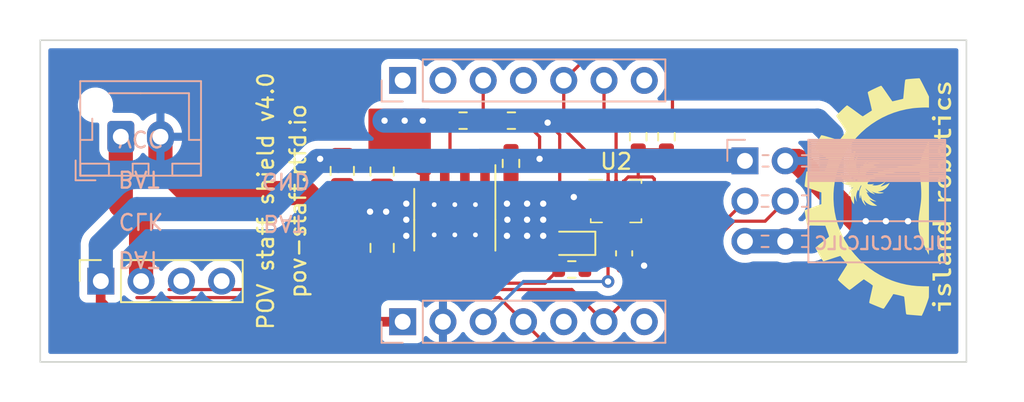
<source format=kicad_pcb>
(kicad_pcb (version 20211014) (generator pcbnew)
  (layers (0 "F.Cu" signal) (31 "B.Cu" signal) (34 "B.Paste" user) (35 "F.Paste" user) (36 "B.SilkS" user "B.Silkscreen") (37 "F.SilkS" user "F.Silkscreen") (38 "B.Mask" user) (39 "F.Mask" user) (44 "Edge.Cuts" user))
  (net 0 "")
  (net 1 "+5V")
  (net 2 "EP")
  (net 3 "+3V3")
  (net 5 "Net-(D1-Pad1)")
  (net 6 "/DATA")
  (net 7 "/CLK")
  (net 9 "/VSENSE")
  (net 11 "Net-(R4-Pad1)")
  (net 14 "Net-(R6-Pad1)")
  (net 18 "VCC")
  (net 19 "+BATT")
  (net 21 "/SDA")
  (net 22 "/SCL")
  (footprint "Capacitor_SMD:C_0805_2012Metric" (layer "F.Cu") (at 97.763995 104.556 90)
    (fp_text reference "C3" hide)
    (fp_text value "10uF")
    (pad "1" smd roundrect (at -0.95 0 90) (size 1 1.45) (layers "F.Cu" "F.Paste" "F.Mask") (net 19 "+BATT"))
    (pad "2" smd roundrect (at 0.95 0 90) (size 1 1.45) (layers "F.Cu" "F.Paste" "F.Mask") (net 2 "EP"))
  )
  (footprint "Resistor_SMD:R_0603_1608Metric" (layer "F.Cu") (at 109.728 105.918)
    (fp_text reference "R4" hide)
    (fp_text value "2k")
    (pad "1" smd roundrect (at -0.825 0) (size 0.8 0.95) (layers "F.Cu" "F.Paste" "F.Mask") (net 11 "Net-(R4-Pad1)"))
    (pad "2" smd roundrect (at 0.825 0) (size 0.8 0.95) (layers "F.Cu" "F.Paste" "F.Mask") (net 5 "Net-(D1-Pad1)"))
  )
  (footprint "Shurik:my_logo" (layer "F.Cu") (at 129.032 101.346 90)
    (fp_text reference "G***" hide)
    (fp_text value "LOGO" hide)
  )
  (footprint "LED_SMD:LED_0603_1608Metric" (layer "F.Cu") (at 109.728 104.267 180)
    (fp_text reference "D1" hide)
    (fp_text value "LED")
    (pad "1" smd roundrect (at -0.7875 0 180) (size 0.875 0.95) (layers "F.Cu" "F.Paste" "F.Mask") (net 5 "Net-(D1-Pad1)"))
    (pad "2" smd roundrect (at 0.7875 0 180) (size 0.875 0.95) (layers "F.Cu" "F.Paste" "F.Mask") (net 1 "+5V"))
  )
  (footprint "Resistor_SMD:R_0603_1608Metric" (layer "F.Cu") (at 105.918 96.52 180)
    (fp_text reference "R1" hide)
    (fp_text value "10k")
    (pad "1" smd roundrect (at -0.825 0 180) (size 0.8 0.95) (layers "F.Cu" "F.Paste" "F.Mask") (net 18 "VCC"))
    (pad "2" smd roundrect (at 0.825 0 180) (size 0.8 0.95) (layers "F.Cu" "F.Paste" "F.Mask") (net 9 "/VSENSE"))
  )
  (footprint "Resistor_SMD:R_0603_1608Metric" (layer "F.Cu") (at 102.87 96.52 180)
    (fp_text reference "R5" hide)
    (fp_text value "10k")
    (pad "1" smd roundrect (at -0.825 0 180) (size 0.8 0.95) (layers "F.Cu" "F.Paste" "F.Mask") (net 9 "/VSENSE"))
    (pad "2" smd roundrect (at 0.825 0 180) (size 0.8 0.95) (layers "F.Cu" "F.Paste" "F.Mask") (net 2 "EP"))
  )
  (footprint "Package_LGA:Bosch_LGA-14_3x2.5mm_P0.5mm" (layer "F.Cu") (at 112.522 101.6)
    (fp_text reference "U2" (at 0 -2.5) (layer "F.SilkS"))
    (fp_text value "LSM6DSR")
    (pad "1" smd rect (at -1.2625 -0.75) (size 0.675 0.25) (layers "F.Cu" "F.Paste" "F.Mask") (net 2 "EP"))
    (pad "2" smd rect (at -1.2625 -0.25) (size 0.675 0.25) (layers "F.Cu" "F.Paste" "F.Mask") (net 2 "EP"))
    (pad "3" smd rect (at -1.2625 0.25) (size 0.675 0.25) (layers "F.Cu" "F.Paste" "F.Mask") (net 2 "EP"))
    (pad "4" smd rect (at -1.2625 0.75) (size 0.675 0.25) (layers "F.Cu" "F.Paste" "F.Mask"))
    (pad "5" smd rect (at -0.5 1.0125) (size 0.25 0.675) (layers "F.Cu" "F.Paste" "F.Mask") (net 3 "+3V3"))
    (pad "6" smd rect (at 0 1.0125) (size 0.25 0.675) (layers "F.Cu" "F.Paste" "F.Mask") (net 2 "EP"))
    (pad "7" smd rect (at 0.5 1.0125) (size 0.25 0.675) (layers "F.Cu" "F.Paste" "F.Mask") (net 2 "EP"))
    (pad "8" smd rect (at 1.2625 0.75) (size 0.675 0.25) (layers "F.Cu" "F.Paste" "F.Mask") (net 3 "+3V3"))
    (pad "9" smd rect (at 1.2625 0.25) (size 0.675 0.25) (layers "F.Cu" "F.Paste" "F.Mask"))
    (pad "10" smd rect (at 1.2625 -0.25) (size 0.675 0.25) (layers "F.Cu" "F.Paste" "F.Mask"))
    (pad "11" smd rect (at 1.2625 -0.75) (size 0.675 0.25) (layers "F.Cu" "F.Paste" "F.Mask"))
    (pad "12" smd rect (at 0.5 -1.0125) (size 0.25 0.675) (layers "F.Cu" "F.Paste" "F.Mask") (net 3 "+3V3"))
    (pad "13" smd rect (at 0 -1.0125) (size 0.25 0.675) (layers "F.Cu" "F.Paste" "F.Mask") (net 22 "/SCL"))
    (pad "14" smd rect (at -0.5 -1.0125) (size 0.25 0.675) (layers "F.Cu" "F.Paste" "F.Mask") (net 21 "/SDA"))
  )
  (footprint "Connector_PinSocket_2.54mm:PinSocket_1x04_P2.54mm_Vertical" (layer "F.Cu") (at 80.02 106.655 90)
    (fp_text reference "J2" hide)
    (fp_text value "Conn_01x04")
    (pad "1" thru_hole rect (at 0 0 90) (size 1.7 1.7) (drill 1) (layers *.Cu *.Mask) (net 18 "VCC"))
    (pad "2" thru_hole oval (at 0 2.54 90) (size 1.7 1.7) (drill 1) (layers *.Cu *.Mask) (net 19 "+BATT"))
    (pad "3" thru_hole oval (at 0 5.08 90) (size 1.7 1.7) (drill 1) (layers *.Cu *.Mask) (net 7 "/CLK"))
    (pad "4" thru_hole oval (at 0 7.62 90) (size 1.7 1.7) (drill 1) (layers *.Cu *.Mask) (net 6 "/DATA"))
  )
  (footprint "Package_SO:HSOP-8-1EP_3.9x4.9mm_P1.27mm_EP2.41x3.1mm_ThermalVias" (layer "F.Cu") (at 102.349 102.778 -90)
    (fp_text reference "U1" hide)
    (fp_text value "TP4056")
    (pad "1" smd roundrect (at -2.65 -1.905 270) (size 1.6 0.6) (layers "F.Cu" "F.Paste" "F.Mask") (net 2 "EP"))
    (pad "2" smd roundrect (at -2.65 -0.635 270) (size 1.6 0.6) (layers "F.Cu" "F.Paste" "F.Mask") (net 14 "Net-(R6-Pad1)"))
    (pad "3" smd roundrect (at -2.65 0.635 270) (size 1.6 0.6) (layers "F.Cu" "F.Paste" "F.Mask") (net 2 "EP"))
    (pad "4" smd roundrect (at -2.65 1.905 270) (size 1.6 0.6) (layers "F.Cu" "F.Paste" "F.Mask") (net 1 "+5V"))
    (pad "5" smd roundrect (at 2.65 1.905 270) (size 1.6 0.6) (layers "F.Cu" "F.Paste" "F.Mask") (net 19 "+BATT"))
    (pad "6" smd roundrect (at 2.65 0.635 270) (size 1.6 0.6) (layers "F.Cu" "F.Paste" "F.Mask"))
    (pad "7" smd roundrect (at 2.65 -0.635 270) (size 1.6 0.6) (layers "F.Cu" "F.Paste" "F.Mask") (net 11 "Net-(R4-Pad1)"))
    (pad "8" smd roundrect (at 2.65 -1.905 270) (size 1.6 0.6) (layers "F.Cu" "F.Paste" "F.Mask") (net 1 "+5V"))
    (pad "9" thru_hole circle (at -0.955 -1.299997 270) (size 0.5 0.5) (drill 0.3) (layers *.Cu) (net 2 "EP"))
    (pad "9" thru_hole circle (at 0.955 0 270) (size 0.5 0.5) (drill 0.3) (layers *.Cu) (net 2 "EP"))
    (pad "9" thru_hole circle (at -0.955 0 270) (size 0.5 0.5) (drill 0.3) (layers *.Cu) (net 2 "EP"))
    (pad "9" thru_hole circle (at 0.955 1.299998 270) (size 0.5 0.5) (drill 0.3) (layers *.Cu) (net 2 "EP"))
    (pad "9" thru_hole circle (at 0.955 -1.299997 270) (size 0.5 0.5) (drill 0.3) (layers *.Cu) (net 2 "EP"))
    (pad "9" thru_hole circle (at -0.955 1.299998 270) (size 0.5 0.5) (drill 0.3) (layers *.Cu) (net 2 "EP"))
    (pad "9" smd rect (at 0 0 270) (size 2.41 3.099999) (layers "B.Cu") (net 2 "EP"))
    (pad "9" smd rect (at 0 0 270) (size 2.41 3.1) (layers "F.Cu" "F.Mask") (net 2 "EP"))
  )
  (footprint "Resistor_SMD:R_0603_1608Metric" (layer "F.Cu") (at 105.891995 99.222 -90)
    (fp_text reference "R6" hide)
    (fp_text value "1.2k")
    (pad "1" smd roundrect (at -0.825 0 270) (size 0.8 0.95) (layers "F.Cu" "F.Paste" "F.Mask") (net 14 "Net-(R6-Pad1)"))
    (pad "2" smd roundrect (at 0.825 0 270) (size 0.8 0.95) (layers "F.Cu" "F.Paste" "F.Mask") (net 2 "EP"))
  )
  (footprint "Resistor_SMD:R_0603_1608Metric" (layer "F.Cu") (at 115.697 97.536 90)
    (fp_text reference "R2" hide)
    (fp_text value "3.3k")
    (pad "1" smd roundrect (at -0.825 0 90) (size 0.8 0.95) (layers "F.Cu" "F.Paste" "F.Mask") (net 3 "+3V3"))
    (pad "2" smd roundrect (at 0.825 0 90) (size 0.8 0.95) (layers "F.Cu" "F.Paste" "F.Mask") (net 21 "/SDA"))
  )
  (footprint "Capacitor_SMD:C_0805_2012Metric" (layer "F.Cu") (at 97.763995 99.73 -90)
    (fp_text reference "C2" hide)
    (fp_text value "10uF")
    (pad "1" smd roundrect (at -0.95 0 270) (size 1 1.45) (layers "F.Cu" "F.Paste" "F.Mask") (net 1 "+5V"))
    (pad "2" smd roundrect (at 0.95 0 270) (size 1 1.45) (layers "F.Cu" "F.Paste" "F.Mask") (net 2 "EP"))
  )
  (footprint "Capacitor_SMD:C_0805_2012Metric" (layer "F.Cu") (at 95.25 99.695 -90)
    (fp_text reference "C4" hide)
    (fp_text value "10uF")
    (pad "1" smd roundrect (at -0.95 0 270) (size 1 1.45) (layers "F.Cu" "F.Paste" "F.Mask") (net 18 "VCC"))
    (pad "2" smd roundrect (at 0.95 0 270) (size 1 1.45) (layers "F.Cu" "F.Paste" "F.Mask") (net 2 "EP"))
  )
  (footprint "Resistor_SMD:R_0603_1608Metric" (layer "F.Cu") (at 113.919 97.536 90)
    (fp_text reference "R3" hide)
    (fp_text value "3.3k")
    (pad "1" smd roundrect (at -0.825 0 90) (size 0.8 0.95) (layers "F.Cu" "F.Paste" "F.Mask") (net 3 "+3V3"))
    (pad "2" smd roundrect (at 0.825 0 90) (size 0.8 0.95) (layers "F.Cu" "F.Paste" "F.Mask") (net 22 "/SCL"))
  )
  (footprint "Capacitor_SMD:C_0603_1608Metric" (layer "F.Cu") (at 113.03 104.902 -90)
    (fp_text reference "C1" hide)
    (fp_text value "100nF")
    (pad "1" smd roundrect (at -0.775 0 270) (size 0.9 0.95) (layers "F.Cu" "F.Paste" "F.Mask") (net 3 "+3V3"))
    (pad "2" smd roundrect (at 0.775 0 270) (size 0.9 0.95) (layers "F.Cu" "F.Paste" "F.Mask") (net 2 "EP"))
  )
  (footprint "Connector_PinSocket_2.54mm:PinSocket_2x03_P2.54mm_Horizontal" (layer "B.Cu") (at 120.65 99.06 180)
    (fp_text reference "J3" hide)
    (fp_text value "Conn_02x03_Counter_Clockwise")
    (pad "1" thru_hole rect (at 0 0 180) (size 1.7 1.7) (drill 1) (layers *.Cu *.Mask) (net 18 "VCC"))
    (pad "2" thru_hole oval (at -2.54 0 180) (size 1.7 1.7) (drill 1) (layers *.Cu *.Mask) (net 2 "EP"))
    (pad "3" thru_hole oval (at 0 -2.54 180) (size 1.7 1.7) (drill 1) (layers *.Cu *.Mask) (net 7 "/CLK"))
    (pad "4" thru_hole oval (at -2.54 -2.54 180) (size 1.7 1.7) (drill 1) (layers *.Cu *.Mask) (net 6 "/DATA"))
    (pad "5" thru_hole oval (at 0 -5.08 180) (size 1.7 1.7) (drill 1) (layers *.Cu *.Mask) (net 1 "+5V"))
    (pad "6" thru_hole oval (at -2.54 -5.08 180) (size 1.7 1.7) (drill 1) (layers *.Cu *.Mask) (net 1 "+5V"))
  )
  (footprint "Connector_PinSocket_2.54mm:PinSocket_1x07_P2.54mm_Vertical" (layer "B.Cu") (at 99.06 93.98 -90)
    (fp_text reference "J5" hide)
    (fp_text value "Conn_01x07")
    (pad "1" thru_hole rect (at 0 0 270) (size 1.7 1.7) (drill 1) (layers *.Cu *.Mask))
    (pad "2" thru_hole oval (at 0 -2.54 270) (size 1.7 1.7) (drill 1) (layers *.Cu *.Mask))
    (pad "3" thru_hole oval (at 0 -5.08 270) (size 1.7 1.7) (drill 1) (layers *.Cu *.Mask) (net 9 "/VSENSE"))
    (pad "4" thru_hole oval (at 0 -7.62 270) (size 1.7 1.7) (drill 1) (layers *.Cu *.Mask))
    (pad "5" thru_hole oval (at 0 -10.16 270) (size 1.7 1.7) (drill 1) (layers *.Cu *.Mask) (net 21 "/SDA"))
    (pad "6" thru_hole oval (at 0 -12.7 270) (size 1.7 1.7) (drill 1) (layers *.Cu *.Mask) (net 22 "/SCL"))
    (pad "7" thru_hole oval (at 0 -15.24 270) (size 1.7 1.7) (drill 1) (layers *.Cu *.Mask))
  )
  (footprint "Connector_PinSocket_2.54mm:PinSocket_1x07_P2.54mm_Vertical" (layer "B.Cu") (at 99.06 109.22 -90)
    (fp_text reference "J4" hide)
    (fp_text value "Conn_01x07")
    (pad "1" thru_hole rect (at 0 0 270) (size 1.7 1.7) (drill 1) (layers *.Cu *.Mask) (net 18 "VCC"))
    (pad "2" thru_hole oval (at 0 -2.54 270) (size 1.7 1.7) (drill 1) (layers *.Cu *.Mask) (net 2 "EP"))
    (pad "3" thru_hole oval (at 0 -5.08 270) (size 1.7 1.7) (drill 1) (layers *.Cu *.Mask) (net 3 "+3V3"))
    (pad "4" thru_hole oval (at 0 -7.62 270) (size 1.7 1.7) (drill 1) (layers *.Cu *.Mask) (net 6 "/DATA"))
    (pad "5" thru_hole oval (at 0 -10.16 270) (size 1.7 1.7) (drill 1) (layers *.Cu *.Mask))
    (pad "6" thru_hole oval (at 0 -12.7 270) (size 1.7 1.7) (drill 1) (layers *.Cu *.Mask) (net 7 "/CLK"))
    (pad "7" thru_hole oval (at 0 -15.24 270) (size 1.7 1.7) (drill 1) (layers *.Cu *.Mask))
  )
  (footprint "Connector_JST:JST_XH_B2B-XH-AM_1x02_P2.50mm_Vertical" (layer "B.Cu") (at 81.28 97.536)
    (fp_text reference "J1" hide)
    (fp_text value "Conn_01x02")
    (pad "" np_thru_hole circle (at -1.6 -2) (size 1.2 1.2) (drill 1.2) (layers *.Cu *.Mask))
    (pad "1" thru_hole roundrect (at 0 0) (size 1.7 2) (drill 1) (layers *.Cu *.Mask) (roundrect_rratio 0.147059) (net 19 "+BATT"))
    (pad "2" thru_hole oval (at 2.5 0) (size 1.7 2) (drill 1) (layers *.Cu *.Mask) (net 2 "EP"))
  )
  (gr_line (start 76.2 111.76) (end 76.2 101.6) (layer "Edge.Cuts") (width 0.1))
  (gr_line (start 76.2 101.6) (end 76.2 91.44) (layer "Edge.Cuts") (width 0.1))
  (gr_line (start 134.62 91.44) (end 134.62 111.76) (layer "Edge.Cuts") (width 0.1))
  (gr_line (start 134.62 111.76) (end 76.2 111.76) (layer "Edge.Cuts") (width 0.1))
  (gr_line (start 76.2 91.44) (end 134.62 91.44) (layer "Edge.Cuts") (width 0.1))
  (gr_text "BAT" (at 91.567 102.997 180) (layer "B.SilkS") (effects (font (size 1 1)) (justify mirror)))
  (gr_text "BAT" (at 82.423 100.203 180) (layer "B.SilkS") (effects (font (size 1 1)) (justify mirror)))
  (gr_text "DAT" (at 82.423 105.283 180) (layer "B.SilkS") (effects (font (size 1 1)) (justify mirror)))
  (gr_text "JLCJLCJLCJLC" (at 129.159 104.267) (layer "B.SilkS") (effects (font (size 0.8 0.8)) (justify mirror)))
  (gr_text "VCC" (at 82.55 97.663 180) (layer "B.SilkS") (effects (font (size 1 1)) (justify mirror)))
  (gr_text "CLK" (at 82.55 102.87 180) (layer "B.SilkS") (effects (font (size 1 1)) (justify mirror)))
  (gr_text "GND" (at 91.694 100.33 180) (layer "B.SilkS") (effects (font (size 1 1)) (justify mirror)))
  (gr_text "POV staff shield v4.0" (at 90.424 101.6 90) (layer "F.SilkS") (effects (font (size 1 1))))
  (gr_text "pov-staff.rtfd.io" (at 92.456 101.6 90) (layer "F.SilkS") (effects (font (size 1 1))))
  (segment (start 108.966 104.3685) (end 108.966 97.409) (width 0.2032) (layer "F.Cu") (net 1))
  (segment (start 108.8645 104.3685) (end 107.696 105.537) (width 0.2032) (layer "F.Cu") (net 1))
  (segment (start 108.966 97.409) (end 108.204 96.647) (width 0.2032) (layer "F.Cu") (net 1))
  (segment (start 107.696 105.537) (end 104.363 105.537) (width 0.2032) (layer "F.Cu") (net 1))
  (via (at 99.187 96.52) (size 0.8) (drill 0.4) (layers "F.Cu" "B.Cu") (net 1))
  (via (at 100.33 96.52) (size 0.8) (drill 0.4) (layers "F.Cu" "B.Cu") (net 1))
  (via (at 97.917 96.52) (size 0.8) (drill 0.4) (layers "F.Cu" "B.Cu") (net 1))
  (via (at 108.204 96.647) (size 0.8) (drill 0.4) (layers "F.Cu" "B.Cu") (net 1))
  (segment (start 97.917 96.52) (end 99.187 96.52) (width 1.524) (layer "B.Cu") (net 1))
  (segment (start 99.187 96.52) (end 100.33 96.52) (width 1.524) (layer "B.Cu") (net 1))
  (segment (start 126.111 97.409) (end 126.111 102.87) (width 1.524) (layer "B.Cu") (net 1))
  (segment (start 100.33 96.52) (end 125.222 96.52) (width 1.524) (layer "B.Cu") (net 1))
  (segment (start 123.19 104.14) (end 120.65 104.14) (width 1.524) (layer "B.Cu") (net 1))
  (segment (start 125.222 96.52) (end 126.111 97.409) (width 1.524) (layer "B.Cu") (net 1))
  (segment (start 124.841 104.14) (end 123.19 104.14) (width 1.524) (layer "B.Cu") (net 1))
  (segment (start 126.111 102.87) (end 124.841 104.14) (width 1.524) (layer "B.Cu") (net 1))
  (segment (start 105.891995 101.508) (end 105.637995 101.762) (width 0.2032) (layer "F.Cu") (net 2))
  (segment (start 83.78 97.536) (end 83.78 99.274) (width 1.524) (layer "F.Cu") (net 2))
  (segment (start 94.142 102.27) (end 98.017995 102.27) (width 1.524) (layer "F.Cu") (net 2))
  (segment (start 111.3595 101.35) (end 111.3595 101.79808) (width 0.3048) (layer "F.Cu") (net 2))
  (segment (start 111.3595 100.85) (end 111.3595 101.35) (width 0.3048) (layer "F.Cu") (net 2))
  (segment (start 123.952 99.06) (end 127.762 102.87) (width 1.524) (layer "F.Cu") (net 2))
  (segment (start 127.762 102.87) (end 128.27 102.87) (width 1.524) (layer "F.Cu") (net 2))
  (segment (start 113.022 102.5125) (end 112.7995 102.5125) (width 0.3048) (layer "F.Cu") (net 2))
  (segment (start 128.27 102.87) (end 129.54 102.87) (width 1.524) (layer "F.Cu") (net 2))
  (segment (start 112.272 101.35) (end 111.2595 101.35) (width 0.3048) (layer "F.Cu") (net 2))
  (segment (start 111.3595 101.35) (end 109.859 101.35) (width 0.3048) (layer "F.Cu") (net 2))
  (segment (start 112.7995 102.5125) (end 112.7995 101.8775) (width 0.3048) (layer "F.Cu") (net 2))
  (segment (start 102.045 96.52) (end 102.045 98.488) (width 0.2032) (layer "F.Cu") (net 2))
  (segment (start 105.891995 100.047) (end 105.891995 101.508) (width 0.2032) (layer "F.Cu") (net 2))
  (segment (start 101.714 98.819) (end 101.714 100.128) (width 0.2032) (layer "F.Cu") (net 2))
  (segment (start 85.598 101.092) (end 92.964 101.092) (width 1.524) (layer "F.Cu") (net 2))
  (segment (start 102.045 98.488) (end 101.714 98.819) (width 0.2032) (layer "F.Cu") (net 2))
  (segment (start 113.03 105.677) (end 114.287 105.677) (width 0.2032) (layer "F.Cu") (net 2))
  (segment (start 123.19 99.06) (end 123.952 99.06) (width 1.524) (layer "F.Cu") (net 2))
  (segment (start 112.7995 102.5125) (end 112.57392 102.5125) (width 0.3048) (layer "F.Cu") (net 2))
  (segment (start 112.7995 101.8775) (end 112.272 101.35) (width 0.3048) (layer "F.Cu") (net 2))
  (segment (start 92.964 101.092) (end 94.142 102.27) (width 1.524) (layer "F.Cu") (net 2))
  (segment (start 96.047 102.27) (end 97.001995 102.27) (width 0.3048) (layer "F.Cu") (net 2))
  (segment (start 129.54 102.87) (end 130.937 102.87) (width 1.524) (layer "F.Cu") (net 2))
  (segment (start 109.859 101.35) (end 109.855 101.346) (width 0.3048) (layer "F.Cu") (net 2))
  (segment (start 95.25 100.645) (end 95.25 101.473) (width 0.3048) (layer "F.Cu") (net 2))
  (segment (start 83.78 99.274) (end 85.598 101.092) (width 1.524) (layer "F.Cu") (net 2))
  (segment (start 95.25 101.473) (end 96.047 102.27) (width 0.3048) (layer "F.Cu") (net 2))
  (via (at 98.017995 102.27) (size 0.8) (drill 0.4) (layers "F.Cu" "B.Cu") (net 2))
  (via (at 99.287995 101.762) (size 0.8) (drill 0.4) (layers "F.Cu" "B.Cu") (net 2))
  (via (at 106.907995 102.778) (size 0.8) (drill 0.4) (layers "F.Cu" "B.Cu") (net 2))
  (via (at 109.855 101.346) (size 0.8) (drill 0.4) (layers "F.Cu" "B.Cu") (net 2))
  (via (at 107.923995 101.762) (size 0.8) (drill 0.4) (layers "F.Cu" "B.Cu") (net 2))
  (via (at 105.637995 103.794) (size 0.8) (drill 0.4) (layers "F.Cu" "B.Cu") (net 2))
  (via (at 114.287 105.677) (size 0.8) (drill 0.4) (layers "F.Cu" "B.Cu") (net 2))
  (via (at 106.907995 103.794) (size 0.8) (drill 0.4) (layers "F.Cu" "B.Cu") (net 2))
  (via (at 107.923995 103.794) (size 0.8) (drill 0.4) (layers "F.Cu" "B.Cu") (net 2))
  (via (at 99.287995 103.794) (size 0.8) (drill 0.4) (layers "F.Cu" "B.Cu") (net 2))
  (via (at 130.937 102.87) (size 0.8) (drill 0.4) (layers "F.Cu" "B.Cu") (net 2))
  (via (at 129.54 102.87) (size 0.8) (drill 0.4) (layers "F.Cu" "B.Cu") (net 2))
  (via (at 99.287995 102.778) (size 0.8) (drill 0.4) (layers "F.Cu" "B.Cu") (net 2))
  (via (at 105.637995 101.762) (size 0.8) (drill 0.4) (layers "F.Cu" "B.Cu") (net 2))
  (via (at 97.001995 102.27) (size 0.8) (drill 0.4) (layers "F.Cu" "B.Cu") (net 2))
  (via (at 107.923995 102.778) (size 0.8) (drill 0.4) (layers "F.Cu" "B.Cu") (net 2))
  (via (at 105.664 102.778) (size 0.8) (drill 0.4) (layers "F.Cu" "B.Cu") (net 2))
  (via (at 128.27 102.87) (size 0.8) (drill 0.4) (layers "F.Cu" "B.Cu") (net 2))
  (via (at 106.907995 101.762) (size 0.8) (drill 0.4) (layers "F.Cu" "B.Cu") (net 2))
  (segment (start 113.919 98.361) (end 115.697 98.361) (width 0.2032) (layer "F.Cu") (net 3))
  (segment (start 114.808 100.076) (end 114.935 100.203) (width 0.2032) (layer "F.Cu") (net 3))
  (segment (start 114.935 100.203) (end 114.935 101.981) (width 0.2032) (layer "F.Cu") (net 3))
  (segment (start 112.022 104.132) (end 112.022 102.6125) (width 0.2032) (layer "F.Cu") (net 3))
  (segment (start 112.027 104.127) (end 112.022 104.132) (width 0.2032) (layer "F.Cu") (net 3))
  (segment (start 114.566 102.35) (end 113.7845 102.35) (width 0.2032) (layer "F.Cu") (net 3))
  (segment (start 113.022 100.338) (end 113.284 100.076) (width 0.2032) (layer "F.Cu") (net 3))
  (segment (start 113.6845 103.3585) (end 113.03 104.013) (width 0.2032) (layer "F.Cu") (net 3))
  (segment (start 113.284 100.076) (end 113.919 100.076) (width 0.2032) (layer "F.Cu") (net 3))
  (segment (start 113.022 100.5875) (end 113.022 100.338) (width 0.2032) (layer "F.Cu") (net 3))
  (segment (start 113.919 100.076) (end 114.808 100.076) (width 0.2032) (layer "F.Cu") (net 3))
  (segment (start 112.014 104.902) (end 112.022 104.894) (width 0.2032) (layer "F.Cu") (net 3))
  (segment (start 114.935 101.981) (end 114.566 102.35) (width 0.2032) (layer "F.Cu") (net 3))
  (segment (start 112.022 104.894) (end 112.022 104.132) (width 0.2032) (layer "F.Cu") (net 3))
  (segment (start 112.014 106.68) (end 112.014 104.902) (width 0.2032) (layer "F.Cu") (net 3))
  (segment (start 113.6845 103.3585) (end 113.6845 102.35112) (width 0.2032) (layer "F.Cu") (net 3))
  (segment (start 113.03 104.013) (end 113.03 104.127) (width 0.2032) (layer "F.Cu") (net 3))
  (segment (start 113.919 98.361) (end 113.919 100.076) (width 0.2032) (layer "F.Cu") (net 3))
  (segment (start 113.03 104.127) (end 112.027 104.127) (width 0.2032) (layer "F.Cu") (net 3))
  (via (at 112.014 106.68) (size 0.8) (drill 0.4) (layers "F.Cu" "B.Cu") (net 3))
  (segment (start 112.014 106.68) (end 106.68 106.68) (width 0.2032) (layer "B.Cu") (net 3))
  (segment (start 106.68 106.68) (end 104.14 109.22) (width 0.2032) (layer "B.Cu") (net 3))
  (segment (start 110.5155 104.267) (end 110.5155 105.8805) (width 0.2032) (layer "F.Cu") (net 5))
  (segment (start 119.949532 102.87) (end 121.92 102.87) (width 0.2032) (layer "F.Cu") (net 6))
  (segment (start 106.68 109.22) (end 108.077 110.617) (width 0.2032) (layer "F.Cu") (net 6))
  (segment (start 105.156 107.696) (end 106.68 109.22) (width 0.2032) (layer "F.Cu") (net 6))
  (segment (start 115.316 110.617) (end 116.205 109.728) (width 0.2032) (layer "F.Cu") (net 6))
  (segment (start 82.296 107.696) (end 105.156 107.696) (width 0.2032) (layer "F.Cu") (net 6))
  (segment (start 116.205 109.728) (end 116.205 106.614532) (width 0.2032) (layer "F.Cu") (net 6))
  (segment (start 116.205 106.614532) (end 119.949532 102.87) (width 0.2032) (layer "F.Cu") (net 6))
  (segment (start 108.077 110.617) (end 115.316 110.617) (width 0.2032) (layer "F.Cu") (net 6))
  (segment (start 121.92 102.87) (end 123.19 101.6) (width 0.2032) (layer "F.Cu") (net 6))
  (segment (start 114.808 107.442) (end 120.65 101.6) (width 0.2032) (layer "F.Cu") (net 7))
  (segment (start 113.538 107.442) (end 114.808 107.442) (width 0.2032) (layer "F.Cu") (net 7))
  (segment (start 111.76 109.22) (end 113.538 107.442) (width 0.2032) (layer "F.Cu") (net 7))
  (segment (start 109.728 107.188) (end 84.328 107.188) (width 0.2032) (layer "F.Cu") (net 7))
  (segment (start 111.76 109.22) (end 109.728 107.188) (width 0.2032) (layer "F.Cu") (net 7))
  (segment (start 104.14 93.98) (end 104.14 96.075) (width 0.2032) (layer "F.Cu") (net 9))
  (segment (start 103.695 96.52) (end 105.093 96.52) (width 0.2032) (layer "F.Cu") (net 9))
  (segment (start 104.14 96.075) (end 103.695 96.52) (width 0.2032) (layer "F.Cu") (net 9))
  (segment (start 103.22928 106.78528) (end 102.984 106.54) (width 0.2032) (layer "F.Cu") (net 11))
  (segment (start 103.22928 106.78528) (end 108.03572 106.78528) (width 0.2032) (layer "F.Cu") (net 11))
  (segment (start 108.03572 106.78528) (end 108.903 105.918) (width 0.2032) (layer "F.Cu") (net 11))
  (segment (start 102.984 106.54) (end 102.984 105.428) (width 0.2032) (layer "F.Cu") (net 11))
  (segment (start 102.984 100.128) (end 102.984 99.327) (width 0.2032) (layer "F.Cu") (net 14))
  (segment (start 103.914 98.397) (end 105.891995 98.397) (width 0.2032) (layer "F.Cu") (net 14))
  (segment (start 102.984 99.327) (end 103.914 98.397) (width 0.2032) (layer "F.Cu") (net 14))
  (segment (start 95.25 98.745) (end 94.041 98.745) (width 0.3048) (layer "F.Cu") (net 18))
  (segment (start 94.041 98.745) (end 93.853 98.933) (width 0.3048) (layer "F.Cu") (net 18))
  (segment (start 84.836 109.22) (end 81.28 109.22) (width 0.6096) (layer "F.Cu") (net 18))
  (segment (start 99.06 109.22) (end 84.836 109.22) (width 0.6096) (layer "F.Cu") (net 18))
  (segment (start 107.696 97.536) (end 106.743 96.583) (width 0.2032) (layer "F.Cu") (net 18))
  (segment (start 107.696 98.933) (end 107.696 97.536) (width 0.2032) (layer "F.Cu") (net 18))
  (segment (start 80.01 106.665) (end 80.02 106.655) (width 0.6096) (layer "F.Cu") (net 18))
  (segment (start 81.28 109.22) (end 80.01 107.95) (width 0.6096) (layer "F.Cu") (net 18))
  (segment (start 80.01 107.95) (end 80.01 106.665) (width 0.6096) (layer "F.Cu") (net 18))
  (via (at 107.696 98.933) (size 0.8) (drill 0.4) (layers "F.Cu" "B.Cu") (net 18))
  (via (at 93.853 98.933) (size 0.8) (drill 0.4) (layers "F.Cu" "B.Cu") (net 18))
  (segment (start 82.296 102.108) (end 80.02 104.384) (width 1.524) (layer "B.Cu") (net 18))
  (segment (start 80.02 104.384) (end 80.02 106.655) (width 1.524) (layer "B.Cu") (net 18))
  (segment (start 93.726 99.06) (end 90.678 102.108) (width 1.524) (layer "B.Cu") (net 18))
  (segment (start 120.65 99.06) (end 94.996 99.06) (width 1.524) (layer "B.Cu") (net 18))
  (segment (start 94.996 99.06) (end 93.726 99.06) (width 1.524) (layer "B.Cu") (net 18))
  (segment (start 90.678 102.108) (end 82.296 102.108) (width 1.524) (layer "B.Cu") (net 18))
  (segment (start 99.822 105.506) (end 93.314 105.506) (width 1.524) (layer "F.Cu") (net 19))
  (segment (start 100.444 105.428) (end 99.9 105.428) (width 0.6096) (layer "F.Cu") (net 19))
  (segment (start 81.28 97.536) (end 81.28 101.854) (width 1.524) (layer "F.Cu") (net 19))
  (segment (start 99.9 105.428) (end 99.822 105.506) (width 0.6096) (layer "F.Cu") (net 19))
  (segment (start 82.56 106.63288) (end 82.55 106.63288) (width 1.524) (layer "F.Cu") (net 19))
  (segment (start 82.56 103.134) (end 82.56 104.15) (width 1.524) (layer "F.Cu") (net 19))
  (segment (start 82.56 104.15) (end 82.56 106.63288) (width 1.524) (layer "F.Cu") (net 19))
  (segment (start 91.958 104.15) (end 82.56 104.15) (width 1.524) (layer "F.Cu") (net 19))
  (segment (start 93.314 105.506) (end 91.958 104.15) (width 1.524) (layer "F.Cu") (net 19))
  (segment (start 81.28 101.854) (end 82.56 103.134) (width 1.524) (layer "F.Cu") (net 19))
  (segment (start 115.443 92.583) (end 116.078 93.218) (width 0.2032) (layer "F.Cu") (net 21))
  (segment (start 109.22 93.98) (end 109.22 97.028) (width 0.2032) (layer "F.Cu") (net 21))
  (segment (start 116.078 96.33) (end 115.697 96.711) (width 0.2032) (layer "F.Cu") (net 21))
  (segment (start 109.22 97.028) (end 112.02088 99.82888) (width 0.2032) (layer "F.Cu") (net 21))
  (segment (start 109.22 93.98) (end 110.617 92.583) (width 0.2032) (layer "F.Cu") (net 21))
  (segment (start 112.02088 99.82888) (end 112.02088 100.6875) (width 0.2032) (layer "F.Cu") (net 21))
  (segment (start 116.078 93.218) (end 116.078 96.33) (width 0.2032) (layer "F.Cu") (net 21))
  (segment (start 110.617 92.583) (end 115.443 92.583) (width 0.2032) (layer "F.Cu") (net 21))
  (segment (start 112.586 96.711) (end 112.522 96.647) (width 0.2032) (layer "F.Cu") (net 22))
  (segment (start 111.76 93.98) (end 111.76 95.885) (width 0.2032) (layer "F.Cu") (net 22))
  (segment (start 111.76 95.885) (end 112.522 96.647) (width 0.2032) (layer "F.Cu") (net 22))
  (segment (start 112.522 96.647) (end 112.522 100.5875) (width 0.2032) (layer "F.Cu") (net 22))
  (segment (start 113.919 96.711) (end 112.586 96.711) (width 0.2032) (layer "F.Cu") (net 22))
  (zone (net 2) (net_name "EP") (layer "F.Cu") (connect_pads yes (clearance 0.254)) (min_thickness 0.254) (fill yes (thermal_gap 0.508) (thermal_bridge_width 0.508))
    (polygon (pts (xy 108.712 106.045) (xy 96.52 106.045) (xy 96.52 100.711) (xy 108.712 100.711)))
  )
  (zone (net 1) (net_name "+5V") (layer "F.Cu") (connect_pads thru_hole_only (clearance 0.254)) (min_thickness 0.254) (fill yes (thermal_gap 0.508) (thermal_bridge_width 0.508))
    (polygon (pts (xy 100.838 99.949) (xy 100.076 99.949) (xy 99.06 99.314) (xy 96.901 99.314) (xy 96.901 95.758) (xy 100.838 95.758)))
  )
  (zone (net 2) (net_name "EP") (layer "B.Cu") (connect_pads thru_hole_only (clearance 0.508)) (min_thickness 0.254) (fill yes (thermal_gap 0.508) (thermal_bridge_width 0.508))
    (polygon (pts (xy 137.16 114.3) (xy 73.66 114.3) (xy 73.66 88.9) (xy 137.16 88.9)))
  )
)
</source>
